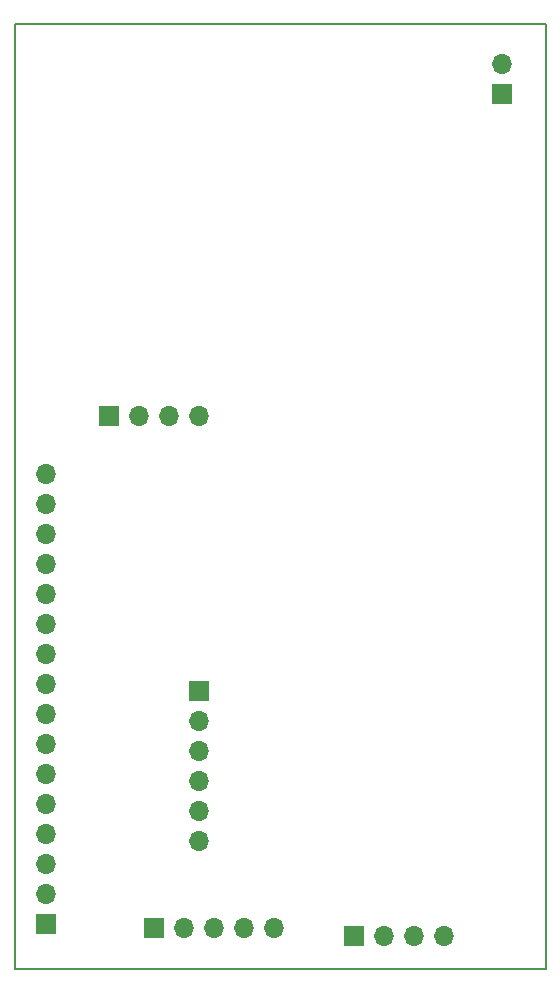
<source format=gbs>
%TF.GenerationSoftware,KiCad,Pcbnew,8.0.7*%
%TF.CreationDate,2025-03-07T17:05:54+07:00*%
%TF.ProjectId,BTL_NGUYENTRUNG,42544c5f-4e47-4555-9945-4e5452554e47,rev?*%
%TF.SameCoordinates,Original*%
%TF.FileFunction,Soldermask,Bot*%
%TF.FilePolarity,Negative*%
%FSLAX46Y46*%
G04 Gerber Fmt 4.6, Leading zero omitted, Abs format (unit mm)*
G04 Created by KiCad (PCBNEW 8.0.7) date 2025-03-07 17:05:54*
%MOMM*%
%LPD*%
G01*
G04 APERTURE LIST*
%ADD10R,1.700000X1.700000*%
%ADD11O,1.700000X1.700000*%
%TA.AperFunction,Profile*%
%ADD12C,0.200000*%
%TD*%
G04 APERTURE END LIST*
D10*
%TO.C,J2*%
X44800000Y-96380000D03*
D11*
X44800000Y-93840000D03*
X44800000Y-91300000D03*
X44800000Y-88760000D03*
X44800000Y-86220000D03*
X44800000Y-83680000D03*
X44800000Y-81140000D03*
X44800000Y-78600000D03*
X44800000Y-76060000D03*
X44800000Y-73520000D03*
X44800000Y-70980000D03*
X44800000Y-68440000D03*
X44800000Y-65900000D03*
X44800000Y-63360000D03*
X44800000Y-60820000D03*
X44800000Y-58280000D03*
%TD*%
D10*
%TO.C,J7*%
X70880000Y-97400000D03*
D11*
X73420000Y-97400000D03*
X75960000Y-97400000D03*
X78500000Y-97400000D03*
%TD*%
D10*
%TO.C,J1*%
X57700000Y-76660000D03*
D11*
X57700000Y-79200000D03*
X57700000Y-81740000D03*
X57700000Y-84280000D03*
X57700000Y-86820000D03*
X57700000Y-89360000D03*
%TD*%
D10*
%TO.C,J8*%
X50100000Y-53400000D03*
D11*
X52640000Y-53400000D03*
X55180000Y-53400000D03*
X57720000Y-53400000D03*
%TD*%
D10*
%TO.C,J10*%
X83400000Y-26075000D03*
D11*
X83400000Y-23535000D03*
%TD*%
D10*
%TO.C,J5*%
X53920000Y-96677500D03*
D11*
X56460000Y-96677500D03*
X59000000Y-96677500D03*
X61540000Y-96677500D03*
X64080000Y-96677500D03*
%TD*%
D12*
X42100000Y-20200000D02*
X87100000Y-20200000D01*
X87100000Y-100200000D01*
X42100000Y-100200000D01*
X42100000Y-20200000D01*
M02*

</source>
